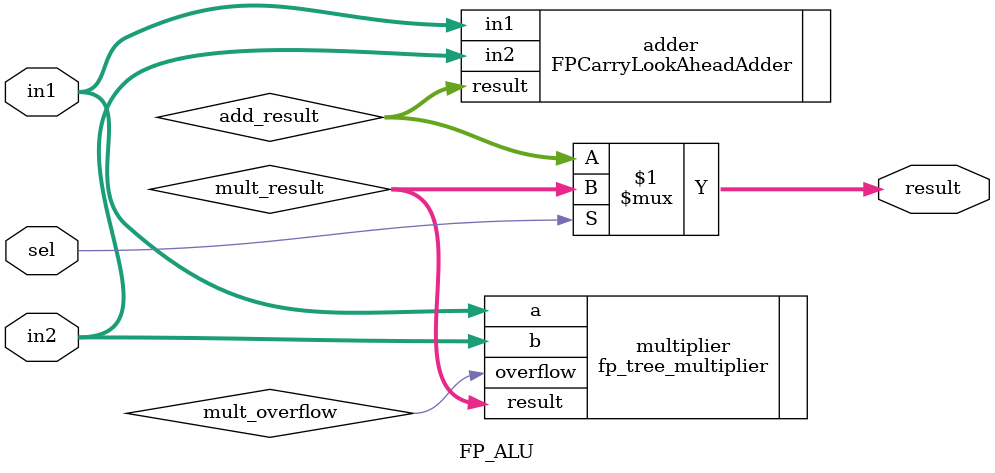
<source format=v>

module FP_ALU (
    input [31:0] in1,    
    input [31:0] in2,    
    input sel,           
    output [31:0] result   
);

    wire [31:0] add_result;
    wire [31:0] mult_result;
    wire mult_overflow;

    FPCarryLookAheadAdder adder (
        .in1(in1),
        .in2(in2),
        .result(add_result)
    );


    fp_tree_multiplier multiplier (
        .a(in1),
        .b(in2),
        .result(mult_result),
        .overflow(mult_overflow)
    );

    assign result = sel ? mult_result : add_result;


endmodule


</source>
